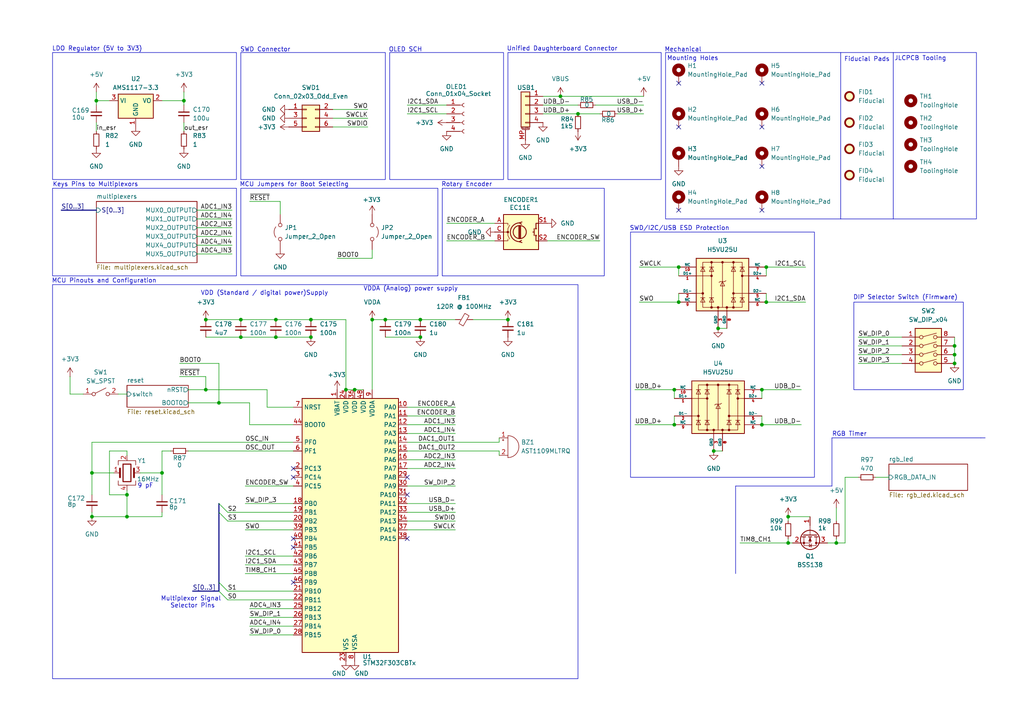
<source format=kicad_sch>
(kicad_sch (version 20231120) (generator "eeschema") (generator_version "8.0")
  (paper "A4")
  (title_block (title "Fahaj's Keyboard") (company "Fahaj Industries"))
  (lib_symbols
    (symbol "Connector:Conn_01x04_Socket" (pin_names (offset 1.016) hide)
      (property "Reference" "J" (at 0 5.08 0))
      (property "Value" "Conn_01x04_Socket" (at 0 -7.62 0))
      (symbol "Conn_01x04_Socket_1_1"
        (pin passive line (at -5.08 2.54 0) (length 3.81) (name "Pin_1") (number "1"))
        (pin passive line (at -5.08 0 0) (length 3.81) (name "Pin_2") (number "2"))
        (pin passive line (at -5.08 -2.54 0) (length 3.81) (name "Pin_3") (number "3"))
        (pin passive line (at -5.08 -5.08 0) (length 3.81) (name "Pin_4") (number "4"))
      )
    )
    (symbol "Connector_Generic:Conn_02x03_Odd_Even" (pin_names (offset 1.016) hide)
      (property "Reference" "J" (at 1.27 5.08 0))
      (property "Value" "Conn_02x03_Odd_Even" (at 1.27 -5.08 0))
      (symbol "Conn_02x03_Odd_Even_1_1"
        (pin passive line (at -5.08 2.54 0) (length 3.81) (name "Pin_1") (number "1"))
        (pin passive line (at 7.62 2.54 180) (length 3.81) (name "Pin_2") (number "2"))
        (pin passive line (at -5.08 0 0) (length 3.81) (name "Pin_3") (number "3"))
        (pin passive line (at 7.62 0 180) (length 3.81) (name "Pin_4") (number "4"))
        (pin passive line (at -5.08 -2.54 0) (length 3.81) (name "Pin_5") (number "5"))
        (pin passive line (at 7.62 -2.54 180) (length 3.81) (name "Pin_6") (number "6"))
      )
    )
    (symbol "Connector_Generic_MountingPin:Conn_01x04_MountingPin" (pin_names (offset 1.016) hide)
      (property "Reference" "J" (at 0 5.08 0))
      (property "Value" "Conn_01x04_MountingPin" (at 1.27 -7.62 0))
      (symbol "Conn_01x04_MountingPin_1_1"
        (text "Mounting" (at 0 -6.731 0) (effects (font (size 0.381 0.381))))
        (pin passive line (at -5.08 2.54 0) (length 3.81) (name "Pin_1") (number "1"))
        (pin passive line (at -5.08 0 0) (length 3.81) (name "Pin_2") (number "2"))
        (pin passive line (at -5.08 -2.54 0) (length 3.81) (name "Pin_3") (number "3"))
        (pin passive line (at -5.08 -5.08 0) (length 3.81) (name "Pin_4") (number "4"))
        (pin passive line (at 0 -10.16 90) (length 3.048) (name "MountPin") (number "MP"))
      )
    )
    (symbol "Device:Buzzer" (pin_names (offset 0.0254) hide)
      (property "Reference" "BZ" (at 3.81 1.27 0))
      (property "Value" "Buzzer" (at 3.81 -1.27 0))
      (symbol "Buzzer_1_1"
        (pin passive line (at -2.54 2.54 0) (length 2.54) (name "+") (number "1"))
        (pin passive line (at -2.54 -2.54 0) (length 2.54) (name "-") (number "2"))
      )
    )
    (symbol "Device:C_Small" (pin_numbers hide) (pin_names (offset 0.254) hide)
      (property "Reference" "C" (at 0.254 1.778 0))
      (property "Value" "C_Small" (at 0.254 -2.032 0))
      (symbol "C_Small_1_1"
        (pin passive line (at 0 2.54 270) (length 2.032) (name "~") (number "1"))
        (pin passive line (at 0 -2.54 90) (length 2.032) (name "~") (number "2"))
      )
    )
    (symbol "Device:Crystal_GND24" (pin_names (offset 1.016) hide)
      (property "Reference" "Y" (at 3.175 5.08 0))
      (property "Value" "Crystal_GND24" (at 3.175 3.175 0))
      (symbol "Crystal_GND24_1_1"
        (pin passive line (at -3.81 0 0) (length 1.27) (name "1") (number "1"))
        (pin passive line (at 0 5.08 270) (length 1.27) (name "2") (number "2"))
        (pin passive line (at 3.81 0 180) (length 1.27) (name "3") (number "3"))
        (pin passive line (at 0 -5.08 90) (length 1.27) (name "4") (number "4"))
      )
    )
    (symbol "Device:FerriteBead_Small" (pin_numbers hide) (pin_names (offset 0))
      (property "Reference" "FB" (at 1.905 1.27 0))
      (property "Value" "FerriteBead_Small" (at 1.905 -1.27 0))
      (symbol "FerriteBead_Small_1_1"
        (pin passive line (at 0 2.54 270) (length 1.27) (name "~") (number "1"))
        (pin passive line (at 0 -2.54 90) (length 1.27) (name "~") (number "2"))
      )
    )
    (symbol "Device:R_Small" (pin_numbers hide) (pin_names (offset 0.254) hide)
      (property "Reference" "R" (at 0.762 0.508 0))
      (property "Value" "R_Small" (at 0.762 -1.016 0))
      (symbol "R_Small_1_1"
        (pin passive line (at 0 2.54 270) (length 0.762) (name "~") (number "1"))
        (pin passive line (at 0 -2.54 90) (length 0.762) (name "~") (number "2"))
      )
    )
    (symbol "Device:RotaryEncoder_Switch" (pin_names (offset 0.254) hide)
      (property "Reference" "SW" (at 0 6.604 0))
      (property "Value" "RotaryEncoder_Switch" (at 0 -6.604 0))
      (symbol "RotaryEncoder_Switch_1_1"
        (pin passive line (at -7.62 2.54 0) (length 2.54) (name "A") (number "A"))
        (pin passive line (at -7.62 -2.54 0) (length 2.54) (name "B") (number "B"))
        (pin passive line (at -7.62 0 0) (length 2.54) (name "C") (number "C"))
        (pin passive line (at 7.62 2.54 180) (length 2.54) (name "S1") (number "S1"))
        (pin passive line (at 7.62 -2.54 180) (length 2.54) (name "S2") (number "S2"))
      )
    )
    (symbol "Jumper:Jumper_2_Open" (pin_numbers hide) (pin_names (offset 0) hide) (exclude_from_sim yes)
      (property "Reference" "JP" (at 0 2.794 0))
      (property "Value" "Jumper_2_Open" (at 0 -2.286 0))
      (symbol "Jumper_2_Open_1_1"
        (pin passive line (at -5.08 0 0) (length 2.54) (name "A") (number "1"))
        (pin passive line (at 5.08 0 180) (length 2.54) (name "B") (number "2"))
      )
    )
    (symbol "MCU_ST_STM32F3:STM32F303CBTx"
      (property "Reference" "U" (at -12.7 39.37 0))
      (property "Value" "STM32F303CBTx" (at 10.16 39.37 0))
      (symbol "STM32F303CBTx_1_1"
        (pin power_in line (at -2.54 40.64 270) (length 2.54) (name "VBAT") (number "1"))
        (pin bidirectional line (at 17.78 35.56 180) (length 2.54) (name "PA0") (number "10"))
        (pin bidirectional line (at 17.78 33.02 180) (length 2.54) (name "PA1") (number "11"))
        (pin bidirectional line (at 17.78 30.48 180) (length 2.54) (name "PA2") (number "12"))
        (pin bidirectional line (at 17.78 27.94 180) (length 2.54) (name "PA3") (number "13"))
        (pin bidirectional line (at 17.78 25.4 180) (length 2.54) (name "PA4") (number "14"))
        (pin bidirectional line (at 17.78 22.86 180) (length 2.54) (name "PA5") (number "15"))
        (pin bidirectional line (at 17.78 20.32 180) (length 2.54) (name "PA6") (number "16"))
        (pin bidirectional line (at 17.78 17.78 180) (length 2.54) (name "PA7") (number "17"))
        (pin bidirectional line (at -15.24 7.62 0) (length 2.54) (name "PB0") (number "18"))
        (pin bidirectional line (at -15.24 5.08 0) (length 2.54) (name "PB1") (number "19"))
        (pin bidirectional line (at -15.24 17.78 0) (length 2.54) (name "PC13") (number "2"))
        (pin bidirectional line (at -15.24 2.54 0) (length 2.54) (name "PB2") (number "20"))
        (pin bidirectional line (at -15.24 -17.78 0) (length 2.54) (name "PB10") (number "21"))
        (pin bidirectional line (at -15.24 -20.32 0) (length 2.54) (name "PB11") (number "22"))
        (pin power_in line (at 0 -38.1 90) (length 2.54) (name "VSS") (number "23"))
        (pin power_in line (at 0 40.64 270) (length 2.54) (name "VDD") (number "24"))
        (pin bidirectional line (at -15.24 -22.86 0) (length 2.54) (name "PB12") (number "25"))
        (pin bidirectional line (at -15.24 -25.4 0) (length 2.54) (name "PB13") (number "26"))
        (pin bidirectional line (at -15.24 -27.94 0) (length 2.54) (name "PB14") (number "27"))
        (pin bidirectional line (at -15.24 -30.48 0) (length 2.54) (name "PB15") (number "28"))
        (pin bidirectional line (at 17.78 15.24 180) (length 2.54) (name "PA8") (number "29"))
        (pin bidirectional line (at -15.24 15.24 0) (length 2.54) (name "PC14") (number "3"))
        (pin bidirectional line (at 17.78 12.7 180) (length 2.54) (name "PA9") (number "30"))
        (pin bidirectional line (at 17.78 10.16 180) (length 2.54) (name "PA10") (number "31"))
        (pin bidirectional line (at 17.78 7.62 180) (length 2.54) (name "PA11") (number "32"))
        (pin bidirectional line (at 17.78 5.08 180) (length 2.54) (name "PA12") (number "33"))
        (pin bidirectional line (at 17.78 2.54 180) (length 2.54) (name "PA13") (number "34"))
        (pin passive line (at 0 -38.1 90) (length 2.54) hide (name "VSS") (number "35"))
        (pin power_in line (at 2.54 40.64 270) (length 2.54) (name "VDD") (number "36"))
        (pin bidirectional line (at 17.78 0 180) (length 2.54) (name "PA14") (number "37"))
        (pin bidirectional line (at 17.78 -2.54 180) (length 2.54) (name "PA15") (number "38"))
        (pin bidirectional line (at -15.24 0 0) (length 2.54) (name "PB3") (number "39"))
        (pin bidirectional line (at -15.24 12.7 0) (length 2.54) (name "PC15") (number "4"))
        (pin bidirectional line (at -15.24 -2.54 0) (length 2.54) (name "PB4") (number "40"))
        (pin bidirectional line (at -15.24 -5.08 0) (length 2.54) (name "PB5") (number "41"))
        (pin bidirectional line (at -15.24 -7.62 0) (length 2.54) (name "PB6") (number "42"))
        (pin bidirectional line (at -15.24 -10.16 0) (length 2.54) (name "PB7") (number "43"))
        (pin input line (at -15.24 30.48 0) (length 2.54) (name "BOOT0") (number "44"))
        (pin bidirectional line (at -15.24 -12.7 0) (length 2.54) (name "PB8") (number "45"))
        (pin bidirectional line (at -15.24 -15.24 0) (length 2.54) (name "PB9") (number "46"))
        (pin passive line (at 0 -38.1 90) (length 2.54) hide (name "VSS") (number "47"))
        (pin power_in line (at 5.08 40.64 270) (length 2.54) (name "VDD") (number "48"))
        (pin bidirectional line (at -15.24 25.4 0) (length 2.54) (name "PF0") (number "5"))
        (pin bidirectional line (at -15.24 22.86 0) (length 2.54) (name "PF1") (number "6"))
        (pin input line (at -15.24 35.56 0) (length 2.54) (name "NRST") (number "7"))
        (pin power_in line (at 2.54 -38.1 90) (length 2.54) (name "VSSA") (number "8"))
        (pin power_in line (at 7.62 40.64 270) (length 2.54) (name "VDDA") (number "9"))
      )
    )
    (symbol "Mechanical:Fiducial" (exclude_from_sim yes) (in_bom no)
      (property "Reference" "FID" (at 0 5.08 0))
      (property "Value" "Fiducial" (at 0 3.175 0))
    )
    (symbol "Mechanical:MountingHole" (pin_names (offset 1.016)) (exclude_from_sim yes) (in_bom no)
      (property "Reference" "H" (at 0 5.08 0))
      (property "Value" "MountingHole" (at 0 3.175 0))
    )
    (symbol "Mechanical:MountingHole_Pad" (pin_numbers hide) (pin_names (offset 1.016) hide) (exclude_from_sim yes) (in_bom no)
      (property "Reference" "H" (at 0 6.35 0))
      (property "Value" "MountingHole_Pad" (at 0 4.445 0))
      (symbol "MountingHole_Pad_1_1"
        (pin input line (at 0 -2.54 90) (length 2.54) (name "1") (number "1"))
      )
    )
    (symbol "Regulator_Linear:AMS1117-3.3"
      (property "Reference" "U" (at -3.81 3.175 0))
      (property "Value" "AMS1117-3.3" (at 0 3.175 0))
      (symbol "AMS1117-3.3_1_1"
        (pin power_in line (at 0 -7.62 90) (length 2.54) (name "GND") (number "1"))
        (pin power_out line (at 7.62 0 180) (length 2.54) (name "VO") (number "2"))
        (pin power_in line (at -7.62 0 0) (length 2.54) (name "VI") (number "3"))
      )
    )
    (symbol "Switch:SW_DIP_x04" (pin_names (offset 0) hide)
      (property "Reference" "SW" (at 0 8.89 0))
      (property "Value" "SW_DIP_x04" (at 0 -6.35 0))
      (symbol "SW_DIP_x04_1_1"
        (pin passive line (at -7.62 5.08 0) (length 5.08) (name "~") (number "1"))
        (pin passive line (at -7.62 2.54 0) (length 5.08) (name "~") (number "2"))
        (pin passive line (at -7.62 0 0) (length 5.08) (name "~") (number "3"))
        (pin passive line (at -7.62 -2.54 0) (length 5.08) (name "~") (number "4"))
        (pin passive line (at 7.62 -2.54 180) (length 5.08) (name "~") (number "5"))
        (pin passive line (at 7.62 0 180) (length 5.08) (name "~") (number "6"))
        (pin passive line (at 7.62 2.54 180) (length 5.08) (name "~") (number "7"))
        (pin passive line (at 7.62 5.08 180) (length 5.08) (name "~") (number "8"))
      )
    )
    (symbol "Switch:SW_SPST" (pin_names (offset 0) hide)
      (property "Reference" "SW" (at 0 3.175 0))
      (property "Value" "SW_SPST" (at 0 -2.54 0))
      (symbol "SW_SPST_1_1"
        (pin passive line (at -5.08 0 0) (length 2.54) (name "A") (number "1"))
        (pin passive line (at 5.08 0 180) (length 2.54) (name "B") (number "2"))
      )
    )
    (symbol "Transistor_FET:BSS138" (pin_names hide)
      (property "Reference" "Q" (at 5.08 1.905 0))
      (property "Value" "BSS138" (at 5.08 0 0))
      (symbol "BSS138_1_1"
        (pin input line (at -5.08 0 0) (length 2.54) (name "G") (number "1"))
        (pin passive line (at 2.54 -5.08 90) (length 2.54) (name "S") (number "2"))
        (pin passive line (at 2.54 5.08 270) (length 2.54) (name "D") (number "3"))
      )
    )
    (symbol "power:+3V3" (power) (pin_numbers hide) (pin_names (offset 0) hide)
      (property "Value" "+3V3" (at 0 3.556 0))
      (symbol "+3V3_1_1"
        (pin power_in line (at 0 0 90) (length 0) (name "~") (number "1"))
      )
    )
    (symbol "power:+5V" (power) (pin_numbers hide) (pin_names (offset 0) hide)
      (property "Value" "+5V" (at 0 3.556 0))
      (symbol "+5V_1_1"
        (pin power_in line (at 0 0 90) (length 0) (name "~") (number "1"))
      )
    )
    (symbol "power:GND" (power) (pin_numbers hide) (pin_names (offset 0) hide)
      (property "Value" "GND" (at 0 -3.81 0))
      (symbol "GND_1_1"
        (pin power_in line (at 0 0 270) (length 0) (name "~") (number "1"))
      )
    )
    (symbol "power:VBUS" (power) (pin_numbers hide) (pin_names (offset 0) hide)
      (property "Value" "VBUS" (at 0 3.556 0))
      (symbol "VBUS_1_1"
        (pin power_in line (at 0 0 90) (length 0) (name "~") (number "1"))
      )
    )
    (symbol "power:VDDA" (power) (pin_numbers hide) (pin_names (offset 0) hide)
      (property "Value" "VDDA" (at 0 3.556 0))
      (symbol "VDDA_1_1"
        (pin power_in line (at 0 0 90) (length 0) (name "~") (number "1"))
      )
    )
    (symbol "tpd4e05u06dqar:TPD4E05U06DQAR-acheronSymbols" (pin_names (offset 0))
      (property "Reference" "U9" (at 0 11.8364 0))
      (property "Value" "TPD4E05U06DQAR" (at 0 9.525 0))
      (symbol "TPD4E05U06DQAR-acheronSymbols_1_1"
        (pin bidirectional line (at -12.7 2.54 0) (length 5.08) (name "D1+") (number "1"))
        (pin bidirectional line (at -12.7 5.08 0) (length 5.08) (name "NC") (number "10"))
        (pin bidirectional line (at -12.7 -2.54 0) (length 5.08) (name "D1-") (number "2"))
        (pin power_in line (at -1.27 -12.7 90) (length 5.08) (name "GND") (number "3"))
        (pin bidirectional line (at 12.7 2.54 180) (length 5.08) (name "D2+") (number "4"))
        (pin bidirectional line (at 12.7 -2.54 180) (length 5.08) (name "D2-") (number "5"))
        (pin bidirectional line (at 12.7 -5.08 180) (length 5.08) (name "NC") (number "6"))
        (pin bidirectional line (at 12.7 5.08 180) (length 5.08) (name "NC") (number "7"))
        (pin power_in line (at 1.27 -12.7 90) (length 5.08) (name "GND") (number "8"))
        (pin bidirectional line (at -12.7 -5.08 0) (length 5.08) (name "NC") (number "9"))
      )
    )
  )
  (junction (at 102.87 113.03))
  (junction (at 90.17 92.71))
  (junction (at 53.34 29.21))
  (junction (at 36.83 149.86))
  (junction (at 27.94 29.21))
  (junction (at 167.64 33.02))
  (junction (at 36.83 143.51))
  (junction (at 107.95 92.71))
  (junction (at 59.69 92.71))
  (junction (at 80.01 97.79))
  (junction (at 196.85 87.63))
  (junction (at 196.85 77.47))
  (junction (at 276.86 105.41))
  (junction (at 111.76 92.71))
  (junction (at 207.01 130.81))
  (junction (at 222.25 87.63))
  (junction (at 220.98 123.19))
  (junction (at 195.58 113.03))
  (junction (at 69.85 92.71))
  (junction (at 69.85 97.79))
  (junction (at 63.5 116.84))
  (junction (at 26.67 149.86))
  (junction (at 46.99 137.16))
  (junction (at 121.92 97.79))
  (junction (at 222.25 77.47))
  (junction (at 242.57 157.48))
  (junction (at 208.28 95.25))
  (junction (at 162.56 27.94))
  (junction (at 276.86 100.33))
  (junction (at 80.01 92.71))
  (junction (at 195.58 123.19))
  (junction (at 121.92 92.71))
  (junction (at 147.32 92.71))
  (junction (at 220.98 113.03))
  (junction (at 26.67 137.16))
  (junction (at 90.17 97.79))
  (junction (at 228.6 149.86))
  (junction (at 59.69 113.03))
  (junction (at 228.6 157.48))
  (junction (at 276.86 102.87))
  (junction (at 100.33 113.03))
  (no_connect (at 220.98 48.26))
  (no_connect (at 118.11 138.43))
  (no_connect (at 85.09 168.91))
  (no_connect (at 118.11 143.51))
  (no_connect (at 196.85 36.83))
  (no_connect (at 85.09 135.89))
  (no_connect (at 220.98 36.83))
  (no_connect (at 220.98 60.96))
  (no_connect (at 85.09 156.21))
  (no_connect (at 196.85 24.13))
  (no_connect (at 220.98 24.13))
  (no_connect (at 118.11 156.21))
  (no_connect (at 85.09 138.43))
  (no_connect (at 196.85 60.96))
  (no_connect (at 85.09 158.75))
  (bus_entry (at 63.5 171.45) (size 2.54 2.54))
  (bus_entry (at 63.5 146.05) (size 2.54 2.54))
  (bus_entry (at 63.5 148.59) (size 2.54 2.54))
  (bus_entry (at 63.5 168.91) (size 2.54 2.54))
  (wire (pts (xy 53.34 26.67) (xy 53.34 29.21)))
  (wire (pts (xy 40.64 137.16) (xy 46.99 137.16)))
  (wire (pts (xy 208.28 95.25) (xy 210.82 95.25)))
  (wire (pts (xy 69.85 97.79) (xy 80.01 97.79)))
  (wire (pts (xy 53.34 30.48) (xy 53.34 29.21)))
  (wire (pts (xy 71.12 161.29) (xy 85.09 161.29)))
  (wire (pts (xy 242.57 147.32) (xy 242.57 151.13)))
  (wire (pts (xy 129.54 69.85) (xy 143.51 69.85)))
  (wire (pts (xy 36.83 142.24) (xy 36.83 143.51)))
  (wire (pts (xy 111.76 92.71) (xy 121.92 92.71)))
  (polyline (pts (xy 284.48 127) (xy 285.75 127)))
  (wire (pts (xy 118.11 128.27) (xy 144.78 128.27)))
  (wire (pts (xy 63.5 116.84) (xy 63.5 105.41)))
  (wire (pts (xy 184.15 113.03) (xy 195.58 113.03)))
  (wire (pts (xy 214.63 157.48) (xy 228.6 157.48)))
  (wire (pts (xy 157.48 30.48) (xy 167.64 30.48)))
  (wire (pts (xy 220.98 123.19) (xy 232.41 123.19)))
  (wire (pts (xy 207.01 130.81) (xy 209.55 130.81)))
  (bus (pts (xy 55.88 171.45) (xy 63.5 171.45)))
  (wire (pts (xy 59.69 92.71) (xy 69.85 92.71)))
  (polyline (pts (xy 241.3 127) (xy 241.3 140.97)))
  (wire (pts (xy 195.58 113.03) (xy 195.58 115.57)))
  (wire (pts (xy 36.83 132.08) (xy 36.83 130.81)))
  (wire (pts (xy 220.98 120.65) (xy 220.98 123.19)))
  (wire (pts (xy 52.07 109.22) (xy 59.69 109.22)))
  (wire (pts (xy 46.99 130.81) (xy 49.53 130.81)))
  (wire (pts (xy 71.12 163.83) (xy 85.09 163.83)))
  (wire (pts (xy 72.39 176.53) (xy 85.09 176.53)))
  (polyline (pts (xy 259.08 15.24) (xy 259.08 63.5)))
  (wire (pts (xy 66.04 171.45) (xy 85.09 171.45)))
  (wire (pts (xy 118.11 30.48) (xy 129.54 30.48)))
  (wire (pts (xy 72.39 123.19) (xy 85.09 123.19)))
  (wire (pts (xy 276.86 97.79) (xy 276.86 100.33)))
  (wire (pts (xy 90.17 92.71) (xy 100.33 92.71)))
  (wire (pts (xy 71.12 146.05) (xy 85.09 146.05)))
  (wire (pts (xy 24.13 114.3) (xy 20.32 114.3)))
  (wire (pts (xy 240.03 157.48) (xy 242.57 157.48)))
  (wire (pts (xy 57.15 63.5) (xy 67.31 63.5)))
  (wire (pts (xy 157.48 27.94) (xy 162.56 27.94)))
  (wire (pts (xy 179.07 33.02) (xy 186.69 33.02)))
  (wire (pts (xy 72.39 179.07) (xy 85.09 179.07)))
  (wire (pts (xy 118.11 148.59) (xy 132.08 148.59)))
  (wire (pts (xy 46.99 137.16) (xy 46.99 143.51)))
  (wire (pts (xy 66.04 148.59) (xy 85.09 148.59)))
  (wire (pts (xy 228.6 149.86) (xy 234.95 149.86)))
  (wire (pts (xy 59.69 113.03) (xy 59.69 109.22)))
  (bus (pts (xy 63.5 148.59) (xy 63.5 168.91)))
  (wire (pts (xy 53.34 29.21) (xy 46.99 29.21)))
  (wire (pts (xy 248.92 105.41) (xy 261.62 105.41)))
  (wire (pts (xy 27.94 30.48) (xy 27.94 29.21)))
  (wire (pts (xy 129.54 64.77) (xy 143.51 64.77)))
  (wire (pts (xy 248.92 102.87) (xy 261.62 102.87)))
  (wire (pts (xy 184.15 123.19) (xy 195.58 123.19)))
  (wire (pts (xy 276.86 102.87) (xy 276.86 105.41)))
  (wire (pts (xy 107.95 72.39) (xy 107.95 74.93)))
  (wire (pts (xy 26.67 149.86) (xy 36.83 149.86)))
  (wire (pts (xy 46.99 149.86) (xy 36.83 149.86)))
  (polyline (pts (xy 241.3 140.97) (xy 213.36 140.97)))
  (wire (pts (xy 66.04 151.13) (xy 85.09 151.13)))
  (wire (pts (xy 222.25 87.63) (xy 233.68 87.63)))
  (wire (pts (xy 46.99 148.59) (xy 46.99 149.86)))
  (wire (pts (xy 111.76 97.79) (xy 121.92 97.79)))
  (wire (pts (xy 118.11 135.89) (xy 132.08 135.89)))
  (wire (pts (xy 72.39 184.15) (xy 85.09 184.15)))
  (wire (pts (xy 248.92 97.79) (xy 261.62 97.79)))
  (wire (pts (xy 81.28 58.42) (xy 81.28 62.23)))
  (wire (pts (xy 228.6 149.86) (xy 228.6 151.13)))
  (wire (pts (xy 80.01 97.79) (xy 90.17 97.79)))
  (wire (pts (xy 63.5 116.84) (xy 72.39 116.84)))
  (wire (pts (xy 220.98 113.03) (xy 232.41 113.03)))
  (bus (pts (xy 63.5 146.05) (xy 63.5 148.59)))
  (wire (pts (xy 118.11 153.67) (xy 132.08 153.67)))
  (wire (pts (xy 31.75 130.81) (xy 31.75 143.51)))
  (wire (pts (xy 167.64 33.02) (xy 173.99 33.02)))
  (wire (pts (xy 254 138.43) (xy 257.81 138.43)))
  (wire (pts (xy 196.85 85.09) (xy 196.85 87.63)))
  (wire (pts (xy 118.11 133.35) (xy 132.08 133.35)))
  (wire (pts (xy 144.78 130.81) (xy 144.78 132.08)))
  (wire (pts (xy 77.47 113.03) (xy 77.47 118.11)))
  (wire (pts (xy 228.6 157.48) (xy 229.87 157.48)))
  (wire (pts (xy 132.08 120.65) (xy 118.11 120.65)))
  (wire (pts (xy 196.85 77.47) (xy 196.85 80.01)))
  (wire (pts (xy 46.99 130.81) (xy 46.99 137.16)))
  (wire (pts (xy 185.42 77.47) (xy 196.85 77.47)))
  (wire (pts (xy 118.11 33.02) (xy 129.54 33.02)))
  (bus (pts (xy 63.5 168.91) (xy 63.5 171.45)))
  (wire (pts (xy 118.11 151.13) (xy 132.08 151.13)))
  (wire (pts (xy 54.61 113.03) (xy 59.69 113.03)))
  (wire (pts (xy 97.79 74.93) (xy 107.95 74.93)))
  (wire (pts (xy 85.09 140.97) (xy 71.12 140.97)))
  (wire (pts (xy 26.67 143.51) (xy 26.67 137.16)))
  (wire (pts (xy 31.75 143.51) (xy 36.83 143.51)))
  (wire (pts (xy 144.78 127) (xy 144.78 128.27)))
  (wire (pts (xy 107.95 92.71) (xy 111.76 92.71)))
  (wire (pts (xy 172.72 30.48) (xy 186.69 30.48)))
  (wire (pts (xy 26.67 148.59) (xy 26.67 149.86)))
  (wire (pts (xy 54.61 130.81) (xy 85.09 130.81)))
  (polyline (pts (xy 213.36 140.97) (xy 213.36 166.37)))
  (wire (pts (xy 57.15 68.58) (xy 67.31 68.58)))
  (wire (pts (xy 195.58 120.65) (xy 195.58 123.19)))
  (wire (pts (xy 59.69 97.79) (xy 69.85 97.79)))
  (wire (pts (xy 121.92 92.71) (xy 132.08 92.71)))
  (wire (pts (xy 36.83 143.51) (xy 36.83 149.86)))
  (wire (pts (xy 102.87 113.03) (xy 105.41 113.03)))
  (wire (pts (xy 228.6 156.21) (xy 228.6 157.48)))
  (wire (pts (xy 220.98 113.03) (xy 220.98 115.57)))
  (wire (pts (xy 96.52 31.75) (xy 106.68 31.75)))
  (wire (pts (xy 96.52 36.83) (xy 106.68 36.83)))
  (wire (pts (xy 72.39 58.42) (xy 81.28 58.42)))
  (wire (pts (xy 245.11 138.43) (xy 248.92 138.43)))
  (polyline (pts (xy 243.84 15.24) (xy 243.84 63.5)))
  (wire (pts (xy 57.15 60.96) (xy 67.31 60.96)))
  (wire (pts (xy 57.15 73.66) (xy 67.31 73.66)))
  (wire (pts (xy 26.67 137.16) (xy 33.02 137.16)))
  (wire (pts (xy 158.75 69.85) (xy 173.99 69.85)))
  (wire (pts (xy 71.12 153.67) (xy 85.09 153.67)))
  (wire (pts (xy 100.33 113.03) (xy 102.87 113.03)))
  (wire (pts (xy 118.11 140.97) (xy 132.08 140.97)))
  (wire (pts (xy 27.94 26.67) (xy 27.94 29.21)))
  (wire (pts (xy 162.56 27.94) (xy 186.69 27.94)))
  (wire (pts (xy 80.01 92.71) (xy 90.17 92.71)))
  (wire (pts (xy 248.92 100.33) (xy 261.62 100.33)))
  (wire (pts (xy 26.67 128.27) (xy 85.09 128.27)))
  (wire (pts (xy 36.83 130.81) (xy 31.75 130.81)))
  (wire (pts (xy 26.67 137.16) (xy 26.67 128.27)))
  (wire (pts (xy 66.04 173.99) (xy 85.09 173.99)))
  (bus (pts (xy 17.78 60.96) (xy 27.94 60.96)))
  (wire (pts (xy 34.29 114.3) (xy 36.83 114.3)))
  (wire (pts (xy 222.25 85.09) (xy 222.25 87.63)))
  (wire (pts (xy 69.85 92.71) (xy 80.01 92.71)))
  (wire (pts (xy 185.42 87.63) (xy 196.85 87.63)))
  (wire (pts (xy 245.11 157.48) (xy 245.11 138.43)))
  (wire (pts (xy 137.16 92.71) (xy 147.32 92.71)))
  (wire (pts (xy 85.09 166.37) (xy 71.12 166.37)))
  (wire (pts (xy 222.25 77.47) (xy 233.68 77.47)))
  (wire (pts (xy 118.11 146.05) (xy 132.08 146.05)))
  (wire (pts (xy 57.15 66.04) (xy 67.31 66.04)))
  (wire (pts (xy 107.95 92.71) (xy 107.95 113.03)))
  (wire (pts (xy 242.57 156.21) (xy 242.57 157.48)))
  (wire (pts (xy 100.33 113.03) (xy 100.33 92.71)))
  (wire (pts (xy 20.32 109.22) (xy 20.32 114.3)))
  (wire (pts (xy 118.11 123.19) (xy 132.08 123.19)))
  (wire (pts (xy 52.07 105.41) (xy 63.5 105.41)))
  (wire (pts (xy 96.52 34.29) (xy 106.68 34.29)))
  (wire (pts (xy 53.34 35.56) (xy 53.34 38.1)))
  (wire (pts (xy 54.61 116.84) (xy 63.5 116.84)))
  (wire (pts (xy 118.11 130.81) (xy 144.78 130.81)))
  (wire (pts (xy 77.47 118.11) (xy 85.09 118.11)))
  (wire (pts (xy 242.57 157.48) (xy 245.11 157.48)))
  (wire (pts (xy 276.86 100.33) (xy 276.86 102.87)))
  (wire (pts (xy 132.08 118.11) (xy 118.11 118.11)))
  (wire (pts (xy 222.25 77.47) (xy 222.25 80.01)))
  (wire (pts (xy 27.94 29.21) (xy 31.75 29.21)))
  (wire (pts (xy 72.39 116.84) (xy 72.39 123.19)))
  (wire (pts (xy 72.39 181.61) (xy 85.09 181.61)))
  (wire (pts (xy 157.48 33.02) (xy 167.64 33.02)))
  (wire (pts (xy 27.94 35.56) (xy 27.94 38.1)))
  (polyline (pts (xy 284.48 127) (xy 241.3 127)))
  (wire (pts (xy 57.15 71.12) (xy 67.31 71.12)))
  (wire (pts (xy 118.11 125.73) (xy 132.08 125.73)))
  (wire (pts (xy 59.69 113.03) (xy 77.47 113.03)))
  (rectangle (start 182.88 67.31) (end 236.22 138.43))
  (rectangle (start 69.85 15.24) (end 111.76 52.07))
  (rectangle (start 147.32 15.24) (end 191.77 52.07))
  (rectangle (start 113.03 15.24) (end 146.05 52.07))
  (rectangle (start 15.24 54.61) (end 68.58 80.01))
  (rectangle (start 247.65 87.63) (end 279.4 113.03))
  (rectangle (start 15.24 82.55) (end 167.64 196.85))
  (rectangle (start 15.24 15.24) (end 68.58 52.07))
  (rectangle (start 69.85 54.61) (end 127 80.01))
  (rectangle (start 193.04 15.24) (end 283.21 63.5))
  (rectangle (start 128.27 54.61) (end 175.26 80.01))
  (text "MCU Jumpers for Boot Selecting\n" (at 85.344 53.594 0) (effects (font (size 1.27 1.27))))
  (text "9 pF\n" (at 42.164 140.97 0) (effects (font (size 1.27 1.27))))
  (text "MCU Pinouts and Configuration" (at 30.226 81.534 0) (effects (font (size 1.27 1.27))))
  (text "Multiplexor Signal \nSelector Pins\n" (at 55.88 174.752 0) (effects (font (size 1.27 1.27))))
  (text "VDDA (Analog) power supply\n" (at 119.126 83.82 0) (effects (font (size 1.27 1.27))))
  (text "Mechanical" (at 198.12 14.478 0) (effects (font (size 1.27 1.27))))
  (text "SWD/I2C/USB ESD Protection" (at 197.104 66.294 0) (effects (font (size 1.27 1.27))))
  (text "Rotary Encoder" (at 135.382 53.594 0) (effects (font (size 1.27 1.27))))
  (text "OLED SCH\n" (at 117.602 14.478 0) (effects (font (size 1.27 1.27))))
  (text "JLCPCB Tooling" (at 266.954 17.018 0) (effects (font (size 1.27 1.27))))
  (text "LDO Regulator (5V to 3V3)\n" (at 28.194 14.224 0) (effects (font (size 1.27 1.27))))
  (text "Mounting Holes" (at 200.914 17.018 0) (effects (font (size 1.27 1.27))))
  (text "Keys Pins to Multiplexors\n" (at 27.686 53.594 0) (effects (font (size 1.27 1.27))))
  (text "DIP Selector Switch (Firmware)" (at 262.636 86.36 0) (effects (font (size 1.27 1.27))))
  (text "RGB Timer" (at 246.38 125.984 0) (effects (font (size 1.27 1.27))))
  (text "SWD Connector\n" (at 76.962 14.478 0) (effects (font (size 1.27 1.27))))
  (text "Unified Daughterboard Connector" (at 163.068 14.224 0) (effects (font (size 1.27 1.27))))
  (text "Fiducial Pads\n" (at 251.46 17.272 0) (effects (font (size 1.27 1.27))))
  (text "VDD (Standard / digital power)Supply\n" (at 76.708 85.09 0) (effects (font (size 1.27 1.27))))
  (label "ENCODER_SW" (at 71.12 140.97 0))
  (label "I2C1_SCL" (at 71.12 161.29 0))
  (label "SWCLK" (at 185.42 77.47 0))
  (label "SW_DIP_2" (at 132.08 140.97 180))
  (label "USB_D-" (at 186.69 30.48 180))
  (label "SWDIO" (at 132.08 151.13 180))
  (label "S3" (at 66.04 151.13 0))
  (label "ADC4_IN3" (at 67.31 73.66 180))
  (label "DAC1_OUT2" (at 132.08 130.81 180))
  (label "SW_DIP_3" (at 71.12 146.05 0))
  (label "SW_DIP_2" (at 248.92 102.87 0))
  (label "ADC4_IN4" (at 72.39 181.61 0))
  (label "BOOT0" (at 52.07 105.41 0))
  (label "I2C1_SCL" (at 233.68 77.47 180))
  (label "~{RESET}" (at 72.39 58.42 0))
  (label "SWO" (at 106.68 31.75 180))
  (label "ADC2_IN3" (at 67.31 66.04 180))
  (label "ADC1_IN3" (at 67.31 60.96 180))
  (label "USB_D+" (at 186.69 33.02 180))
  (label "S0" (at 66.04 173.99 0))
  (label "ADC1_IN4" (at 132.08 125.73 180))
  (label "ENCODER_A" (at 129.54 64.77 0))
  (label "ADC4_IN4" (at 67.31 71.12 180))
  (label "I2C1_SDA" (at 118.11 30.48 0))
  (label "UDB_D-" (at 232.41 113.03 180))
  (label "DAC1_OUT1" (at 132.08 128.27 180))
  (label "ADC2_IN4" (at 67.31 68.58 180))
  (label "~{RESET}" (at 52.07 109.22 0))
  (label "TIM8_CH1" (at 214.63 157.48 0))
  (label "SWCLK" (at 106.68 34.29 180))
  (label "ADC2_IN4" (at 132.08 135.89 180))
  (label "out_esr" (at 53.34 38.1 0))
  (label "SW_DIP_0" (at 72.39 184.15 0))
  (label "ADC1_IN3" (at 132.08 123.19 180))
  (label "USB_D+" (at 132.08 148.59 180))
  (label "OSC_OUT" (at 71.12 130.81 0))
  (label "UDB_D-" (at 232.41 123.19 180))
  (label "ENCODER_SW" (at 173.99 69.85 180))
  (label "UDB_D-" (at 157.48 30.48 0))
  (label "ENCODER_B" (at 129.54 69.85 0))
  (label "OSC_IN" (at 71.12 128.27 0))
  (label "SW_DIP_1" (at 72.39 179.07 0))
  (label "SWO" (at 71.12 153.67 0))
  (label "SWCLK" (at 132.08 153.67 180))
  (label "BOOT0" (at 97.79 74.93 0))
  (label "UDB_D+" (at 157.48 33.02 0))
  (label "S2" (at 66.04 148.59 0))
  (label "ENCODER_B" (at 132.08 120.65 180))
  (label "TIM8_CH1" (at 71.12 166.37 0))
  (label "SW_DIP_1" (at 248.92 100.33 0))
  (label "ADC1_IN4" (at 67.31 63.5 180))
  (label "ADC2_IN3" (at 132.08 133.35 180))
  (label "UDB_D+" (at 184.15 123.19 0))
  (label "SW_DIP_0" (at 248.92 97.79 0))
  (label "ADC4_IN3" (at 72.39 176.53 0))
  (label "SW_DIP_3" (at 248.92 105.41 0))
  (label "ENCODER_A" (at 132.08 118.11 180))
  (label "I2C1_SDA" (at 233.68 87.63 180))
  (label "SWDIO" (at 106.68 36.83 180))
  (label "S[0..3]" (at 55.88 171.45 0))
  (label "in_esr" (at 27.94 38.1 0))
  (label "UDB_D+" (at 184.15 113.03 0))
  (label "I2C1_SCL" (at 118.11 33.02 0))
  (label "I2C1_SDA" (at 71.12 163.83 0))
  (label "S[0..3]" (at 17.78 60.96 0))
  (label "SWO" (at 185.42 87.63 0))
  (label "USB_D-" (at 132.08 146.05 180))
  (label "S1" (at 66.04 171.45 0))
  (symbol (lib_id "Mechanical:MountingHole_Pad") (at 220.98 58.42 0) (unit 1) (in_bom no)
    (property "Reference" "H8" (at 223.52 55.8799 0) (effects (justify left)))
    (property "Value" "MountingHole_Pad" (at 223.52 58.4199 0) (effects (justify left)))
    (property "Footprint" "fahaj:2.2mm hole" (effects (hide yes)))
    (property "Description" "Mounting Hole with connection" (effects (hide yes)))
  )
  (symbol (lib_id "Device:Crystal_GND24") (at 36.83 137.16 0) (unit 1)
    (property "Reference" "Y1" (at 41.148 133.604 0))
    (property "Value" "16MHz" (at 42.926 138.938 0))
    (property "Footprint" "Crystal:Crystal_SMD_3225-4Pin_3.2x2.5mm" (effects (hide yes)))
    (property "Description" "Four pin crystal, GND on pins 2 and 4" (effects (hide yes)))
  )
  (symbol (lib_id "power:GND") (at 121.92 97.79 0) (unit 1)
    (property "Reference" "#PWR0383" (effects (hide yes)))
    (property "Value" "GND" (at 121.92 102.87 0))
    (property "Description" "Power symbol creates a global label with name \"GND\" , ground" (effects (hide yes)))
  )
  (symbol (lib_id "Device:R_Small") (at 251.46 138.43 90) (unit 1)
    (property "Reference" "R97" (at 251.46 133.35 90))
    (property "Value" "470" (at 251.46 135.89 90))
    (property "Footprint" "Resistor_SMD:R_0402_1005Metric" (effects (hide yes)))
    (property "Description" "Resistor, small symbol" (effects (hide yes)))
  )
  (symbol (lib_id "Device:C_Small") (at 111.76 95.25 0) (unit 1)
    (property "Reference" "C179" (at 114.3 93.9862 0) (effects (justify left)))
    (property "Value" "100n" (at 114.3 96.5262 0) (effects (justify left)))
    (property "Footprint" "Capacitor_SMD:C_0402_1005Metric" (effects (hide yes)))
    (property "Description" "Unpolarized capacitor, small symbol" (effects (hide yes)))
  )
  (symbol (lib_id "Mechanical:Fiducial") (at 246.38 50.8 0) (unit 1) (exclude_from_sim yes) (in_bom no)
    (property "Reference" "FID4" (at 248.92 49.5299 0) (effects (justify left)))
    (property "Value" "Fiducial" (at 248.92 52.0699 0) (effects (justify left)))
    (property "Footprint" "Fiducial:Fiducial_1mm_Mask2mm" (effects (hide yes)))
    (property "Description" "Fiducial Marker" (effects (hide yes)))
  )
  (symbol (lib_id "Device:R_Small") (at 52.07 130.81 90) (unit 1)
    (property "Reference" "R87" (at 52.07 132.842 90))
    (property "Value" "0" (at 52.07 134.874 90))
    (property "Footprint" "Resistor_SMD:R_0603_1608Metric_Pad0.98x0.95mm_HandSolder" (effects (hide yes)))
    (property "Description" "Resistor, small symbol" (effects (hide yes)))
  )
  (symbol (lib_id "power:VDDA") (at 107.95 92.71 0) (unit 1)
    (property "Reference" "#PWR0382" (effects (hide yes)))
    (property "Value" "VDDA" (at 107.95 87.63 0))
    (property "Description" "Power symbol creates a global label with name \"VDDA\"" (effects (hide yes)))
  )
  (symbol (lib_id "Mechanical:Fiducial") (at 246.38 35.56 0) (unit 1) (exclude_from_sim yes) (in_bom no)
    (property "Reference" "FID2" (at 248.92 34.2899 0) (effects (justify left)))
    (property "Value" "Fiducial" (at 248.92 36.8299 0) (effects (justify left)))
    (property "Footprint" "Fiducial:Fiducial_1mm_Mask2mm" (effects (hide yes)))
    (property "Description" "Fiducial Marker" (effects (hide yes)))
  )
  (symbol (lib_id "Device:Buzzer") (at 147.32 129.54 0) (unit 1)
    (property "Reference" "BZ1" (at 151.13 128.2699 0) (effects (justify left)))
    (property "Value" "AST1109MLTRQ" (at 151.13 130.8099 0) (effects (justify left)))
    (property "Footprint" "fahaj:AST1109MLTRQ" (effects (hide yes)))
    (property "Description" "Buzzer, polarized" (effects (hide yes)))
  )
  (symbol (lib_id "Jumper:Jumper_2_Open") (at 81.28 67.31 90) (unit 1) (exclude_from_sim yes)
    (property "Reference" "JP1" (at 82.55 66.0399 90) (effects (justify right)))
    (property "Value" "Jumper_2_Open" (at 82.55 68.5799 90) (effects (justify right)))
    (property "Footprint" "Connector_PinHeader_2.54mm:PinHeader_1x02_P2.54mm_Vertical" (effects (hide yes)))
    (property "Description" "Jumper, 2-pole, open" (effects (hide yes)))
  )
  (symbol (lib_id "power:+3V3") (at 20.32 109.22 0) (unit 1)
    (property "Reference" "#PWR0378" (effects (hide yes)))
    (property "Value" "+3V3" (at 20.32 104.14 0))
    (property "Description" "Power symbol creates a global label with name \"+3V3\"" (effects (hide yes)))
  )
  (symbol (lib_id "Device:R_Small") (at 228.6 153.67 180) (unit 1)
    (property "Reference" "R99" (at 223.266 151.13 0) (effects (justify right)))
    (property "Value" "10k" (at 223.266 153.162 0) (effects (justify right)))
    (property "Footprint" "Resistor_SMD:R_0402_1005Metric" (effects (hide yes)))
    (property "Description" "Resistor, small symbol" (effects (hide yes)))
  )
  (symbol (lib_id "Jumper:Jumper_2_Open") (at 107.95 67.31 270) (unit 1) (exclude_from_sim yes)
    (property "Reference" "JP2" (at 110.49 66.0399 90) (effects (justify left)))
    (property "Value" "Jumper_2_Open" (at 110.49 68.5799 90) (effects (justify left)))
    (property "Footprint" "Connector_PinHeader_2.54mm:PinHeader_1x02_P2.54mm_Vertical" (effects (hide yes)))
    (property "Description" "Jumper, 2-pole, open" (effects (hide yes)))
  )
  (symbol (lib_id "Device:C_Small") (at 147.32 95.25 0) (unit 1)
    (property "Reference" "C181" (at 149.86 93.9862 0) (effects (justify left)))
    (property "Value" "1u" (at 149.86 96.5262 0) (effects (justify left)))
    (property "Footprint" "Capacitor_SMD:C_0402_1005Metric" (effects (hide yes)))
    (property "Description" "Unpolarized capacitor, small symbol" (effects (hide yes)))
  )
  (symbol (lib_id "tpd4e05u06dqar:TPD4E05U06DQAR-acheronSymbols") (at 208.28 118.11 0) (unit 1)
    (property "Reference" "U4" (at 208.28 105.41 0))
    (property "Value" "H5VU25U" (at 208.28 107.95 0))
    (property "Footprint" "fahaj:DFN2510" (effects (hide yes)))
    (property "Manufacturer" "Texas Instruments" (effects (hide yes)))
    (property "Manufacturer Part Number" "TPD4E05U06DQAR" (effects (hide yes)))
    (property "Package" "uSON-10" (effects (hide yes)))
    (property "LCSC Part Number" "C138714" (effects (hide yes)))
  )
  (symbol (lib_id "Transistor_FET:BSS138") (at 234.95 154.94 270) (unit 1)
    (property "Reference" "Q1" (at 234.95 161.29 90))
    (property "Value" "BSS138" (at 234.95 163.83 90))
    (property "Footprint" "Package_TO_SOT_SMD:SOT-23" (effects (hide yes)))
    (property "Datasheet" "https://www.onsemi.com/pub/Collateral/BSS138-D.PDF" (effects (hide yes)))
    (property "Description" "50V Vds, 0.22A Id, N-Channel MOSFET, SOT-23" (effects (hide yes)))
  )
  (symbol (lib_id "Regulator_Linear:AMS1117-3.3") (at 39.37 29.21 0) (unit 1)
    (property "Reference" "U2" (at 39.37 22.86 0))
    (property "Value" "AMS1117-3.3" (at 39.37 25.4 0))
    (property "Footprint" "Package_TO_SOT_SMD:SOT-223-3_TabPin2" (effects (hide yes)))
    (property "Datasheet" "http://www.advanced-monolithic.com/pdf/ds1117.pdf" (effects (hide yes)))
    (property "Description" "1A Low Dropout regulator, positive, 3.3V fixed output, SOT-223" (effects (hide yes)))
  )
  (symbol (lib_id "power:GND") (at 152.4 40.64 0) (unit 1)
    (property "Reference" "#PWR0355" (effects (hide yes)))
    (property "Value" "GND" (at 152.4 45.72 0))
    (property "Description" "Power symbol creates a global label with name \"GND\" , ground" (effects (hide yes)))
  )
  (symbol (lib_id "Mechanical:MountingHole_Pad") (at 220.98 45.72 0) (unit 1) (in_bom no)
    (property "Reference" "H7" (at 223.52 43.1799 0) (effects (justify left)))
    (property "Value" "MountingHole_Pad" (at 223.52 45.7199 0) (effects (justify left)))
    (property "Footprint" "fahaj:2.2mm hole" (effects (hide yes)))
    (property "Description" "Mounting Hole with connection" (effects (hide yes)))
  )
  (symbol (lib_id "Device:C_Small") (at 26.67 146.05 0) (unit 1)
    (property "Reference" "C172" (at 19.558 144.526 0) (effects (justify left)))
    (property "Value" "8p" (at 19.558 146.304 0) (effects (justify left)))
    (property "Footprint" "Capacitor_SMD:C_0402_1005Metric" (effects (hide yes)))
    (property "Description" "Unpolarized capacitor, small symbol" (effects (hide yes)))
  )
  (symbol (lib_id "power:GND") (at 81.28 72.39 0) (unit 1)
    (property "Reference" "#PWR0361" (effects (hide yes)))
    (property "Value" "GND" (at 81.28 77.47 0))
    (property "Description" "Power symbol creates a global label with name \"GND\" , ground" (effects (hide yes)))
  )
  (symbol (lib_id "power:GND") (at 100.33 191.77 0) (unit 1)
    (property "Reference" "#PWR0368" (effects (hide yes)))
    (property "Value" "GND" (at 98.298 195.326 0))
  )
  (symbol (lib_id "Mechanical:MountingHole") (at 264.16 48.26 0) (unit 1) (exclude_from_sim yes) (in_bom no)
    (property "Reference" "TH4" (at 266.7 46.9899 0) (effects (justify left)))
    (property "Value" "ToolingHole" (at 266.7 49.5299 0) (effects (justify left)))
    (property "Footprint" "fahaj:JLC-Tooling-Hole" (effects (hide yes)))
    (property "Description" "Mounting Hole without connection" (effects (hide yes)))
  )
  (symbol (lib_id "Connector_Generic:Conn_02x03_Odd_Even") (at 88.9 34.29 0) (unit 1)
    (property "Reference" "SWD1" (at 90.17 25.4 0))
    (property "Value" "Conn_02x03_Odd_Even" (at 90.17 27.94 0))
    (property "Footprint" "Connector_PinHeader_2.54mm:PinHeader_2x03_P2.54mm_Vertical" (effects (hide yes)))
    (property "Description" "Generic connector, double row, 02x03, odd/even pin numbering scheme (row 1 odd numbers, row 2 even numbers), script generated (kicad-library-utils/schlib/autogen/connector/)" (effects (hide yes)))
  )
  (symbol (lib_id "Device:C_Small") (at 46.99 146.05 0) (unit 1)
    (property "Reference" "C171" (at 49.022 145.288 0) (effects (justify left)))
    (property "Value" "8p" (at 49.022 147.066 0) (effects (justify left)))
    (property "Footprint" "Capacitor_SMD:C_0402_1005Metric" (effects (hide yes)))
    (property "Description" "Unpolarized capacitor, small symbol" (effects (hide yes)))
  )
  (symbol (lib_id "power:GND") (at 196.85 48.26 0) (unit 1)
    (property "Reference" "#PWR0360" (effects (hide yes)))
    (property "Value" "GND" (at 196.85 53.34 0))
    (property "Description" "Power symbol creates a global label with name \"GND\" , ground" (effects (hide yes)))
  )
  (symbol (lib_id "Mechanical:MountingHole_Pad") (at 196.85 45.72 0) (unit 1) (in_bom no)
    (property "Reference" "H3" (at 199.39 43.1799 0) (effects (justify left)))
    (property "Value" "MountingHole_Pad" (at 199.39 45.7199 0) (effects (justify left)))
    (property "Footprint" "fahaj:2.2mm hole" (effects (hide yes)))
    (property "Description" "Mounting Hole with connection" (effects (hide yes)))
  )
  (symbol (lib_id "Device:C_Small") (at 53.34 33.02 0) (unit 1)
    (property "Reference" "C170" (at 55.88 31.7562 0) (effects (justify left)))
    (property "Value" "100u" (at 55.88 34.2962 0) (effects (justify left)))
    (property "Footprint" "Capacitor_SMD:C_1206_3216Metric" (effects (hide yes)))
    (property "Description" "Unpolarized capacitor, small symbol" (effects (hide yes)))
  )
  (symbol (lib_id "Mechanical:MountingHole") (at 264.16 41.91 0) (unit 1) (exclude_from_sim yes) (in_bom no)
    (property "Reference" "TH3" (at 266.7 40.6399 0) (effects (justify left)))
    (property "Value" "ToolingHole" (at 266.7 43.1799 0) (effects (justify left)))
    (property "Footprint" "fahaj:JLC-Tooling-Hole" (effects (hide yes)))
    (property "Description" "Mounting Hole without connection" (effects (hide yes)))
  )
  (symbol (lib_id "power:GND") (at 157.48 35.56 0) (unit 1)
    (property "Reference" "#PWR0356" (effects (hide yes)))
    (property "Value" "GND" (at 157.48 40.64 0))
    (property "Description" "Power symbol creates a global label with name \"GND\" , ground" (effects (hide yes)))
  )
  (symbol (lib_id "MCU_ST_STM32F3:STM32F303CBTx") (at 100.33 153.67 0) (unit 1)
    (property "Reference" "U1" (at 105.156 190.5 0) (effects (justify left)))
    (property "Value" "STM32F303CBTx" (at 105.156 192.278 0) (effects (justify left)))
    (property "Footprint" "Package_QFP:LQFP-48_7x7mm_P0.5mm" (effects (hide yes)))
    (property "Datasheet" "https://www.st.com/resource/en/datasheet/stm32f303cb.pdf" (effects (hide yes)))
  )
  (symbol (lib_id "power:GND") (at 102.87 191.77 0) (unit 1)
    (property "Reference" "#PWR0369" (effects (hide yes)))
    (property "Value" "GND" (at 104.902 195.326 0))
  )
  (symbol (lib_id "power:GND") (at 158.75 64.77 90) (unit 1)
    (property "Reference" "#PWR0364" (effects (hide yes)))
    (property "Value" "GND" (at 162.56 64.7699 90) (effects (justify right)))
    (property "Description" "Power symbol creates a global label with name \"GND\" , ground" (effects (hide yes)))
  )
  (symbol (lib_id "power:GND") (at 276.86 105.41 0) (unit 1)
    (property "Reference" "#PWR0365" (effects (hide yes)))
    (property "Value" "GND" (at 276.86 110.49 0))
    (property "Description" "Power symbol creates a global label with name \"GND\" , ground" (effects (hide yes)))
  )
  (symbol (lib_id "Mechanical:MountingHole_Pad") (at 196.85 21.59 0) (unit 1) (in_bom no)
    (property "Reference" "H1" (at 199.39 19.0499 0) (effects (justify left)))
    (property "Value" "MountingHole_Pad" (at 199.39 21.5899 0) (effects (justify left)))
    (property "Footprint" "fahaj:2.2mm hole" (effects (hide yes)))
    (property "Description" "Mounting Hole with connection" (effects (hide yes)))
  )
  (symbol (lib_id "Device:C_Small") (at 90.17 95.25 0) (unit 1)
    (property "Reference" "C175" (at 92.71 93.9862 0) (effects (justify left)))
    (property "Value" "100n" (at 92.71 96.5262 0) (effects (justify left)))
    (property "Footprint" "Capacitor_SMD:C_0402_1005Metric" (effects (hide yes)))
    (property "Description" "Unpolarized capacitor, small symbol" (effects (hide yes)))
  )
  (symbol (lib_id "power:GND") (at 27.94 43.18 0) (unit 1)
    (property "Reference" "#PWR0348" (effects (hide yes)))
    (property "Value" "GND" (at 27.94 48.26 0))
    (property "Description" "Power symbol creates a global label with name \"GND\" , ground" (effects (hide yes)))
  )
  (symbol (lib_id "power:GND") (at 83.82 31.75 270) (unit 1)
    (property "Reference" "#PWR0350" (effects (hide yes)))
    (property "Value" "GND" (at 80.01 31.7499 90) (effects (justify right)))
    (property "Description" "Power symbol creates a global label with name \"GND\" , ground" (effects (hide yes)))
  )
  (symbol (lib_id "power:+3V3") (at 167.64 38.1 180) (unit 1)
    (property "Reference" "#PWR0357" (effects (hide yes)))
    (property "Value" "+3V3" (at 167.64 43.18 0))
    (property "Description" "Power symbol creates a global label with name \"+3V3\"" (effects (hide yes)))
  )
  (symbol (lib_id "tpd4e05u06dqar:TPD4E05U06DQAR-acheronSymbols") (at 209.55 82.55 0) (unit 1)
    (property "Reference" "U3" (at 209.55 69.85 0))
    (property "Value" "H5VU25U" (at 209.55 72.39 0))
    (property "Footprint" "fahaj:DFN2510" (effects (hide yes)))
    (property "Manufacturer" "Texas Instruments" (effects (hide yes)))
    (property "Manufacturer Part Number" "TPD4E05U06DQAR" (effects (hide yes)))
    (property "Package" "uSON-10" (effects (hide yes)))
    (property "LCSC Part Number" "C138714" (effects (hide yes)))
  )
  (symbol (lib_id "power:VBUS") (at 162.56 27.94 0) (unit 1)
    (property "Reference" "#PWR0358" (effects (hide yes)))
    (property "Value" "VBUS" (at 162.56 22.86 0))
    (property "Description" "Power symbol creates a global label with name \"VBUS\"" (effects (hide yes)))
  )
  (symbol (lib_id "Connector:Conn_01x04_Socket") (at 134.62 33.02 0) (unit 1)
    (property "Reference" "OLED1" (at 129.286 25.146 0) (effects (justify left)))
    (property "Value" "Conn_01x04_Socket" (at 123.444 27.178 0) (effects (justify left)))
    (property "Footprint" "fahaj:OLED Module" (effects (hide yes)))
    (property "Description" "Generic connector, single row, 01x04, script generated" (effects (hide yes)))
  )
  (symbol (lib_id "power:+5V") (at 27.94 26.67 0) (unit 1)
    (property "Reference" "#PWR0346" (effects (hide yes)))
    (property "Value" "+5V" (at 27.94 21.59 0))
    (property "Description" "Power symbol creates a global label with name \"+5V\"" (effects (hide yes)))
  )
  (symbol (lib_id "power:GND") (at 26.67 149.86 0) (unit 1)
    (property "Reference" "#PWR0370" (effects (hide yes)))
    (property "Value" "GND" (at 26.67 154.94 0))
    (property "Description" "Power symbol creates a global label with name \"GND\" , ground" (effects (hide yes)))
  )
  (symbol (lib_id "Mechanical:MountingHole_Pad") (at 220.98 34.29 0) (unit 1) (in_bom no)
    (property "Reference" "H6" (at 223.52 31.7499 0) (effects (justify left)))
    (property "Value" "MountingHole_Pad" (at 223.52 34.2899 0) (effects (justify left)))
    (property "Footprint" "fahaj:2.2mm hole" (effects (hide yes)))
    (property "Description" "Mounting Hole with connection" (effects (hide yes)))
  )
  (symbol (lib_id "power:GND") (at 207.01 130.81 0) (unit 1)
    (property "Reference" "#PWR0367" (effects (hide yes)))
    (property "Value" "GND" (at 207.01 135.89 0))
    (property "Description" "Power symbol creates a global label with name \"GND\" , ground" (effects (hide yes)))
  )
  (symbol (lib_id "power:+3V3") (at 59.69 92.71 0) (unit 1)
    (property "Reference" "#PWR0381" (effects (hide yes)))
    (property "Value" "+3V3" (at 59.69 87.63 0))
    (property "Description" "Power symbol creates a global label with name \"+3V3\"" (effects (hide yes)))
  )
  (symbol (lib_id "power:+3V3") (at 129.54 35.56 90) (unit 1)
    (property "Reference" "#PWR0354" (effects (hide yes)))
    (property "Value" "+3V3" (at 125.73 35.5599 90) (effects (justify left)))
    (property "Description" "Power symbol creates a global label with name \"+3V3\"" (effects (hide yes)))
  )
  (symbol (lib_id "power:GND") (at 147.32 97.79 0) (unit 1)
    (property "Reference" "#PWR0384" (effects (hide yes)))
    (property "Value" "GND" (at 147.32 102.87 0))
    (property "Description" "Power symbol creates a global label with name \"GND\" , ground" (effects (hide yes)))
  )
  (symbol (lib_id "power:GND") (at 129.54 38.1 0) (unit 1)
    (property "Reference" "#PWR0353" (effects (hide yes)))
    (property "Value" "GND" (at 129.54 43.18 0))
    (property "Description" "Power symbol creates a global label with name \"GND\" , ground" (effects (hide yes)))
  )
  (symbol (lib_id "Device:R_Small") (at 242.57 153.67 180) (unit 1)
    (property "Reference" "R98" (at 237.236 151.13 0) (effects (justify right)))
    (property "Value" "1k" (at 237.236 153.162 0) (effects (justify right)))
    (property "Footprint" "Resistor_SMD:R_0402_1005Metric" (effects (hide yes)))
    (property "Description" "Resistor, small symbol" (effects (hide yes)))
  )
  (symbol (lib_id "Device:R_Small") (at 27.94 40.64 0) (unit 1)
    (property "Reference" "R82" (at 30.48 39.3699 0) (effects (justify left)))
    (property "Value" "1" (at 30.48 41.9099 0) (effects (justify left)))
    (property "Footprint" "Resistor_SMD:R_1206_3216Metric" (effects (hide yes)))
    (property "Description" "Resistor, small symbol" (effects (hide yes)))
  )
  (symbol (lib_id "power:GND") (at 90.17 97.79 0) (unit 1)
    (property "Reference" "#PWR0380" (effects (hide yes)))
    (property "Value" "GND" (at 90.17 102.87 0))
    (property "Description" "Power symbol creates a global label with name \"GND\" , ground" (effects (hide yes)))
  )
  (symbol (lib_id "power:GND") (at 143.51 67.31 270) (unit 1)
    (property "Reference" "#PWR0363" (effects (hide yes)))
    (property "Value" "GND" (at 139.7 67.3099 90) (effects (justify right)))
    (property "Description" "Power symbol creates a global label with name \"GND\" , ground" (effects (hide yes)))
  )
  (symbol (lib_id "Mechanical:MountingHole") (at 264.16 35.56 0) (unit 1) (exclude_from_sim yes) (in_bom no)
    (property "Reference" "TH2" (at 266.7 34.2899 0) (effects (justify left)))
    (property "Value" "ToolingHole" (at 266.7 36.8299 0) (effects (justify left)))
    (property "Footprint" "fahaj:JLC-Tooling-Hole" (effects (hide yes)))
    (property "Description" "Mounting Hole without connection" (effects (hide yes)))
  )
  (symbol (lib_id "power:GND") (at 39.37 36.83 0) (unit 1)
    (property "Reference" "#PWR0345" (effects (hide yes)))
    (property "Value" "GND" (at 39.37 41.91 0))
    (property "Description" "Power symbol creates a global label with name \"GND\" , ground" (effects (hide yes)))
  )
  (symbol (lib_id "Device:C_Small") (at 121.92 95.25 0) (unit 1)
    (property "Reference" "C180" (at 124.46 93.9862 0) (effects (justify left)))
    (property "Value" "1u" (at 124.46 96.5262 0) (effects (justify left)))
    (property "Footprint" "Capacitor_SMD:C_0402_1005Metric" (effects (hide yes)))
    (property "Description" "Unpolarized capacitor, small symbol" (effects (hide yes)))
  )
  (symbol (lib_id "Mechanical:Fiducial") (at 246.38 43.18 0) (unit 1) (exclude_from_sim yes) (in_bom no)
    (property "Reference" "FID3" (at 248.92 41.9099 0) (effects (justify left)))
    (property "Value" "Fiducial" (at 248.92 44.4499 0) (effects (justify left)))
    (property "Footprint" "Fiducial:Fiducial_1mm_Mask2mm" (effects (hide yes)))
    (property "Description" "Fiducial Marker" (effects (hide yes)))
  )
  (symbol (lib_id "Device:RotaryEncoder_Switch") (at 151.13 67.31 0) (unit 1)
    (property "Reference" "ENCODER1" (at 151.13 57.912 0))
    (property "Value" "EC11E" (at 150.876 60.198 0))
    (property "Footprint" "PCM_marbastlib-various:ROT_Alps_EC11E-Switch" (effects (hide yes)))
    (property "Description" "Rotary encoder, dual channel, incremental quadrate outputs, with switch" (effects (hide yes)))
  )
  (symbol (lib_id "Device:C_Small") (at 27.94 33.02 0) (unit 1)
    (property "Reference" "C169" (at 20.828 32.004 0) (effects (justify left)))
    (property "Value" "10u" (at 20.828 34.036 0) (effects (justify left)))
    (property "Footprint" "Capacitor_SMD:C_1206_3216Metric" (effects (hide yes)))
    (property "Description" "Unpolarized capacitor, small symbol" (effects (hide yes)))
  )
  (symbol (lib_id "power:+3V3") (at 107.95 62.23 0) (unit 1)
    (property "Reference" "#PWR0362" (effects (hide yes)))
    (property "Value" "+3V3" (at 105.156 57.912 0) (effects (justify left)))
    (property "Description" "Power symbol creates a global label with name \"+3V3\"" (effects (hide yes)))
  )
  (symbol (lib_id "Device:R_Small") (at 53.34 40.64 0) (unit 1)
    (property "Reference" "R83" (at 55.88 39.3699 0) (effects (justify left)))
    (property "Value" "1" (at 55.88 41.9099 0) (effects (justify left)))
    (property "Footprint" "Resistor_SMD:R_1206_3216Metric" (effects (hide yes)))
    (property "Description" "Resistor, small symbol" (effects (hide yes)))
  )
  (symbol (lib_id "Switch:SW_SPST") (at 29.21 114.3 0) (unit 1)
    (property "Reference" "SW1" (at 29.21 107.95 0))
    (property "Value" "SW_SPST" (at 29.21 110.49 0))
    (property "Footprint" "Button_Switch_SMD:SW_SPST_TL3342" (effects (hide yes)))
    (property "Description" "Single Pole Single Throw (SPST) switch" (effects (hide yes)))
  )
  (symbol (lib_id "Device:R_Small") (at 176.53 33.02 90) (unit 1)
    (property "Reference" "R86" (at 178.308 34.798 90) (effects (justify left)))
    (property "Value" "0" (at 177.292 33.02 90) (effects (justify left)))
    (property "Footprint" "Resistor_SMD:R_0603_1608Metric_Pad0.98x0.95mm_HandSolder" (effects (hide yes)))
    (property "Description" "Resistor, small symbol" (effects (hide yes)))
  )
  (symbol (lib_id "Connector_Generic_MountingPin:Conn_01x04_MountingPin") (at 152.4 30.48 0) (mirror y) (unit 1)
    (property "Reference" "USB1" (at 155.194 25.4 0) (effects (justify left)))
    (property "Value" "X1224WRS-04-LPV01" (effects (hide yes)))
    (property "Footprint" "fahaj:PicoEZMate-Reinforced-Alt" (effects (hide yes)))
    (property "Manufacturer" "XKB Connectivity" (effects (hide yes)))
    (property "Manufacturer Part Number" "X1224WRS-04-LPV01" (effects (hide yes)))
    (property "LCSC Part Number" "C528030" (effects (hide yes)))
  )
  (symbol (lib_id "power:GND") (at 208.28 95.25 0) (unit 1)
    (property "Reference" "#PWR0366" (effects (hide yes)))
    (property "Value" "GND" (at 208.28 100.33 0))
    (property "Description" "Power symbol creates a global label with name \"GND\" , ground" (effects (hide yes)))
  )
  (symbol (lib_id "Device:C_Small") (at 69.85 95.25 0) (unit 1)
    (property "Reference" "C177" (at 72.39 93.9862 0) (effects (justify left)))
    (property "Value" "100n" (at 72.39 96.5262 0) (effects (justify left)))
    (property "Footprint" "Capacitor_SMD:C_0402_1005Metric" (effects (hide yes)))
    (property "Description" "Unpolarized capacitor, small symbol" (effects (hide yes)))
  )
  (symbol (lib_id "Switch:SW_DIP_x04") (at 269.24 102.87 0) (unit 1)
    (property "Reference" "SW2" (at 269.24 90.17 0))
    (property "Value" "SW_DIP_x04" (at 269.24 92.71 0))
    (property "Footprint" "Button_Switch_THT:SW_DIP_SPSTx04_Slide_6.7x11.72mm_W7.62mm_P2.54mm_LowProfile" (effects (hide yes)))
    (property "Description" "4x DIP Switch, Single Pole Single Throw (SPST) switch, small symbol" (effects (hide yes)))
  )
  (symbol (lib_id "Mechanical:MountingHole") (at 264.16 29.21 0) (unit 1) (exclude_from_sim yes) (in_bom no)
    (property "Reference" "TH1" (at 266.7 27.9399 0) (effects (justify left)))
    (property "Value" "ToolingHole" (at 266.7 30.4799 0) (effects (justify left)))
    (property "Footprint" "fahaj:JLC-Tooling-Hole" (effects (hide yes)))
    (property "Description" "Mounting Hole without connection" (effects (hide yes)))
  )
  (symbol (lib_id "Device:C_Small") (at 59.69 95.25 0) (unit 1)
    (property "Reference" "C178" (at 62.23 93.9862 0) (effects (justify left)))
    (property "Value" "4u7" (at 62.23 96.5262 0) (effects (justify left)))
    (property "Footprint" "Capacitor_SMD:C_0402_1005Metric" (effects (hide yes)))
    (property "Description" "Unpolarized capacitor, small symbol" (effects (hide yes)))
  )
  (symbol (lib_id "power:+3V3") (at 97.79 113.03 0) (unit 1)
    (property "Reference" "#PWR0379" (effects (hide yes)))
    (property "Value" "+3V3" (at 94.996 108.712 0) (effects (justify left)))
    (property "Description" "Power symbol creates a global label with name \"+3V3\"" (effects (hide yes)))
  )
  (symbol (lib_id "Mechanical:Fiducial") (at 246.38 27.94 0) (unit 1) (exclude_from_sim yes) (in_bom no)
    (property "Reference" "FID1" (at 248.92 26.6699 0) (effects (justify left)))
    (property "Value" "Fiducial" (at 248.92 29.2099 0) (effects (justify left)))
    (property "Footprint" "Fiducial:Fiducial_1mm_Mask2mm" (effects (hide yes)))
    (property "Description" "Fiducial Marker" (effects (hide yes)))
  )
  (symbol (lib_id "Device:C_Small") (at 80.01 95.25 0) (unit 1)
    (property "Reference" "C176" (at 82.55 93.9862 0) (effects (justify left)))
    (property "Value" "100n" (at 82.55 96.5262 0) (effects (justify left)))
    (property "Footprint" "Capacitor_SMD:C_0402_1005Metric" (effects (hide yes)))
    (property "Description" "Unpolarized capacitor, small symbol" (effects (hide yes)))
  )
  (symbol (lib_id "power:+3V3") (at 53.34 26.67 0) (unit 1)
    (property "Reference" "#PWR0347" (effects (hide yes)))
    (property "Value" "+3V3" (at 53.34 21.59 0))
    (property "Description" "Power symbol creates a global label with name \"+3V3\"" (effects (hide yes)))
  )
  (symbol (lib_id "power:GND") (at 53.34 43.18 0) (unit 1)
    (property "Reference" "#PWR0349" (effects (hide yes)))
    (property "Value" "GND" (at 53.34 48.26 0))
    (property "Description" "Power symbol creates a global label with name \"GND\" , ground" (effects (hide yes)))
  )
  (symbol (lib_id "Device:R_Small") (at 170.18 30.48 90) (unit 1)
    (property "Reference" "R85" (at 172.085 28.829 90) (effects (justify left)))
    (property "Value" "0" (at 170.942 30.48 90) (effects (justify left)))
    (property "Footprint" "Resistor_SMD:R_0603_1608Metric_Pad0.98x0.95mm_HandSolder" (effects (hide yes)))
    (property "Description" "Resistor, small symbol" (effects (hide yes)))
  )
  (symbol (lib_id "power:+5V") (at 186.69 27.94 0) (unit 1)
    (property "Reference" "#PWR0359" (effects (hide yes)))
    (property "Value" "+5V" (at 186.69 22.86 0))
    (property "Description" "Power symbol creates a global label with name \"+5V\"" (effects (hide yes)))
  )
  (symbol (lib_id "Mechanical:MountingHole_Pad") (at 196.85 58.42 0) (unit 1) (in_bom no)
    (property "Reference" "H4" (at 199.39 55.8799 0) (effects (justify left)))
    (property "Value" "MountingHole_Pad" (at 199.39 58.4199 0) (effects (justify left)))
    (property "Footprint" "fahaj:2.2mm hole" (effects (hide yes)))
    (property "Description" "Mounting Hole with connection" (effects (hide yes)))
  )
  (symbol (lib_id "Device:R_Small") (at 167.64 35.56 0) (unit 1)
    (property "Reference" "R84" (at 162.56 34.544 0) (effects (justify left)))
    (property "Value" "1k5" (at 162.56 36.576 0) (effects (justify left)))
    (property "Footprint" "Resistor_SMD:R_0402_1005Metric" (effects (hide yes)))
    (property "Description" "Resistor, small symbol" (effects (hide yes)))
  )
  (symbol (lib_id "power:+3V3") (at 147.32 92.71 0) (unit 1)
    (property "Reference" "#PWR0385" (effects (hide yes)))
    (property "Value" "+3V3" (at 147.32 87.63 0))
    (property "Description" "Power symbol creates a global label with name \"+3V3\"" (effects (hide yes)))
  )
  (symbol (lib_id "Device:FerriteBead_Small") (at 134.62 92.71 90) (unit 1)
    (property "Reference" "FB1" (at 134.5819 86.36 90))
    (property "Value" "120R @ 100MHz" (at 134.5819 88.9 90))
    (property "Footprint" "Inductor_SMD:L_0805_2012Metric" (effects (hide yes)))
    (property "Description" "Ferrite bead, small symbol" (effects (hide yes)))
  )
  (symbol (lib_id "Mechanical:MountingHole_Pad") (at 196.85 34.29 0) (unit 1) (in_bom no)
    (property "Reference" "H2" (at 199.39 31.7499 0) (effects (justify left)))
    (property "Value" "MountingHole_Pad" (at 199.39 34.2899 0) (effects (justify left)))
    (property "Footprint" "fahaj:2.2mm hole" (effects (hide yes)))
    (property "Description" "Mounting Hole with connection" (effects (hide yes)))
  )
  (symbol (lib_id "power:+3V3") (at 83.82 36.83 90) (unit 1)
    (property "Reference" "#PWR0352" (effects (hide yes)))
    (property "Value" "+3V3" (at 80.01 36.8299 90) (effects (justify left)))
    (property "Description" "Power symbol creates a global label with name \"+3V3\"" (effects (hide yes)))
  )
  (symbol (lib_id "power:+3V3") (at 228.6 149.86 0) (unit 1)
    (property "Reference" "#PWR0630" (effects (hide yes)))
    (property "Value" "+3V3" (at 228.6 144.78 0))
    (property "Description" "Power symbol creates a global label with name \"+3V3\"" (effects (hide yes)))
  )
  (symbol (lib_id "power:+5V") (at 242.57 147.32 0) (unit 1)
    (property "Reference" "#PWR0629" (effects (hide yes)))
    (property "Value" "+5V" (at 242.57 142.24 0))
    (property "Description" "Power symbol creates a global label with name \"+5V\"" (effects (hide yes)))
  )
  (symbol (lib_id "power:GND") (at 83.82 34.29 270) (unit 1)
    (property "Reference" "#PWR0351" (effects (hide yes)))
    (property "Value" "GND" (at 80.01 34.2899 90) (effects (justify right)))
    (property "Description" "Power symbol creates a global label with name \"GND\" , ground" (effects (hide yes)))
  )
  (symbol (lib_id "Mechanical:MountingHole_Pad") (at 220.98 21.59 0) (unit 1) (in_bom no)
    (property "Reference" "H5" (at 223.52 19.0499 0) (effects (justify left)))
    (property "Value" "MountingHole_Pad" (at 223.52 21.5899 0) (effects (justify left)))
    (property "Footprint" "fahaj:2.2mm hole" (effects (hide yes)))
    (property "Description" "Mounting Hole with connection" (effects (hide yes)))
  )
  (sheet (at 36.83 111.76) (size 17.78 6.35) (stroke (width 0.1524))
    (property "Sheetname" "reset" (at 36.83 111.0484 0) (effects (justify left bottom)))
    (property "Sheetfile" "reset.kicad_sch" (at 36.83 118.6946 0) (effects (justify left top)))
    (pin "nRST" output (at 54.61 113.03 0))
    (pin "BOOT0" output (at 54.61 116.84 0))
    (pin "switch" input (at 36.83 114.3 180))
  )
  (sheet (at 27.94 58.42) (size 29.21 17.78) (stroke (width 0.1524))
    (property "Sheetname" "multiplexers" (at 27.94 57.7084 0) (effects (justify left bottom)))
    (property "Sheetfile" "multiplexers.kicad_sch" (at 27.94 76.7846 0) (effects (justify left top)))
    (pin "MUX1_OUTPUT" output (at 57.15 63.5 0))
    (pin "MUX0_OUTPUT" output (at 57.15 60.96 0))
    (pin "MUX2_OUTPUT" output (at 57.15 66.04 0))
    (pin "MUX4_OUTPUT" output (at 57.15 71.12 0))
    (pin "MUX5_OUTPUT" output (at 57.15 73.66 0))
    (pin "MUX3_OUTPUT" output (at 57.15 68.58 0))
    (pin "S[0..3]" input (at 27.94 60.96 180))
  )
  (sheet (at 257.81 134.62) (size 22.86 7.62) (stroke (width 0.1524))
    (property "Sheetname" "rgb_led" (at 257.81 133.9084 0) (effects (justify left bottom)))
    (property "Sheetfile" "rgb_led.kicad_sch" (at 257.81 142.8246 0) (effects (justify left top)))
    (pin "RGB_DATA_IN" input (at 257.81 138.43 180))
  )
)
</source>
